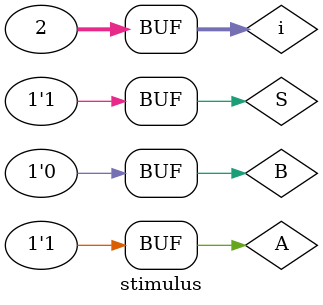
<source format=v>

module mux (output out,
                input a, b, s);
  
  assign out = s ? b:a;
  
endmodule

//testbench

module stimulus;
  reg A, B, S;
  wire OUT;
  integer i;
  
  mux i1 (.a(A), .b(B), .s(S), .out(OUT));
  
  initial
    begin
      
      A <= 1;
      B <= 0;
      S <= 0;
      
      $monitor ("a=%b, b=%b, s=%b, out=%b", A,B,S,OUT);
      
      for (i = 0; i <2; i=i+1)
        begin
          S <= i;
          #10;
        end
      
    end
endmodule

</source>
